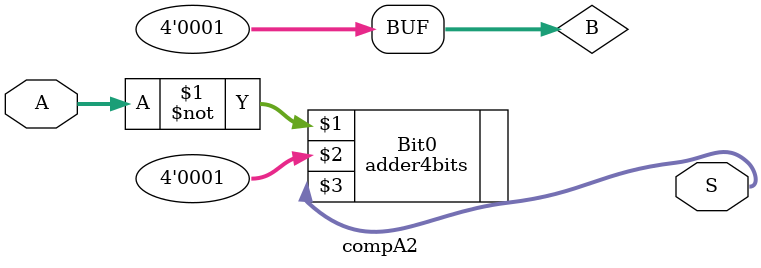
<source format=sv>
module  compA2 (A,  S);
		input logic[3:0] A;
		logic [4:0] t;
		logic [3:0] B = 4'b0001;
	
    	output logic [3:0] S;
		
		adder4bits Bit0(~A, B, S);

endmodule 
</source>
